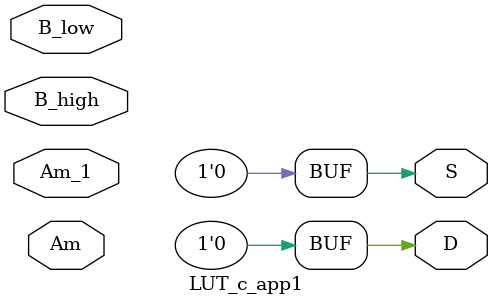
<source format=v>
`timescale 1ns/1ns
module LUT_c_app1(
    input           Am          ,
    input           B_low       ,
    input           Am_1        ,
    input           B_high      ,
    output          S           ,
    output          D           //           
);

    assign D = 1'b0;
    assign S = 1'b0;

endmodule // LUT_c_app1
</source>
